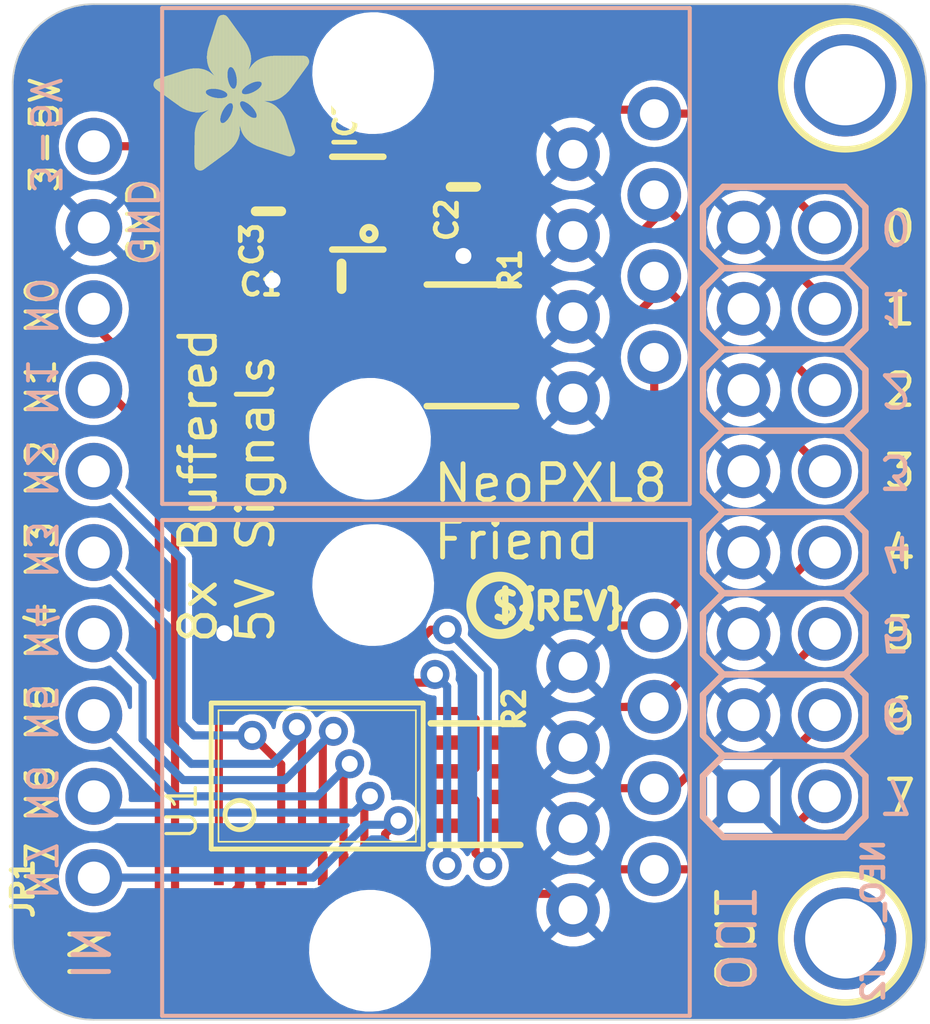
<source format=kicad_pcb>
(kicad_pcb (version 20221018) (generator pcbnew)
  (layers (0 "F.Cu" signal) (31 "B.Cu" signal) (34 "B.Paste" user) (35 "F.Paste" user) (36 "B.SilkS" user "B.Silkscreen") (37 "F.SilkS" user "F.Silkscreen") (38 "B.Mask" user) (39 "F.Mask" user) (44 "Edge.Cuts" user))
  (net 0 "")
  (net 1 "GND")
  (net 2 "N$14")
  (net 3 "N$15")
  (net 4 "3.3V")
  (net 5 "NEO_IN0")
  (net 6 "NEO_IN1")
  (net 7 "NEO_IN2")
  (net 8 "NEO_IN7")
  (net 9 "NEO_IN6")
  (net 10 "NEO_IN5")
  (net 11 "NEO_IN4")
  (net 12 "N$1")
  (net 13 "N$2")
  (net 14 "N$3")
  (net 15 "N$4")
  (net 16 "N$5")
  (net 17 "N$6")
  (net 18 "N$7")
  (net 19 "N$8")
  (net 20 "NEO_OUT0")
  (net 21 "NEO_OUT1")
  (net 22 "NEO_OUT2")
  (net 23 "NEO_OUT3")
  (net 24 "NEO_OUT4")
  (net 25 "NEO_OUT5")
  (net 26 "NEO_OUT6")
  (net 27 "NEO_OUT7")
  (net 28 "+5V")
  (net 29 "NEO_IN3")
  (footprint "working:ADAFRUIT_5MM" (layer "F.Cu") (at 143.4846 94.3356 90)
    (fp_text reference "U$12" hide)
    (fp_text value "" hide)
  )
  (footprint "working:1X10_ROUND70" (layer "F.Cu") (at 136.7536 105.0036 90)
    (fp_text reference "JP1" (at -12.7762 -1.8288 90) (layer "F.SilkS") (effects (font (size 0.666496 0.666496) (thickness 0.146304)) (justify left bottom)))
    (fp_text value "")
    (pad "1" thru_hole circle (at -11.43 0 180) (size 1.778 1.778) (drill 1) (layers "*.Cu" "*.Mask") (net 8 "NEO_IN7"))
    (pad "2" thru_hole circle (at -8.89 0 180) (size 1.778 1.778) (drill 1) (layers "*.Cu" "*.Mask") (net 9 "NEO_IN6"))
    (pad "3" thru_hole circle (at -6.35 0 180) (size 1.778 1.778) (drill 1) (layers "*.Cu" "*.Mask") (net 10 "NEO_IN5"))
    (pad "4" thru_hole circle (at -3.81 0 180) (size 1.778 1.778) (drill 1) (layers "*.Cu" "*.Mask") (net 11 "NEO_IN4"))
    (pad "5" thru_hole circle (at -1.27 0 180) (size 1.778 1.778) (drill 1) (layers "*.Cu" "*.Mask") (net 29 "NEO_IN3"))
    (pad "6" thru_hole circle (at 1.27 0 180) (size 1.778 1.778) (drill 1) (layers "*.Cu" "*.Mask") (net 7 "NEO_IN2"))
    (pad "7" thru_hole circle (at 3.81 0 180) (size 1.778 1.778) (drill 1) (layers "*.Cu" "*.Mask") (net 6 "NEO_IN1"))
    (pad "8" thru_hole circle (at 6.35 0 180) (size 1.778 1.778) (drill 1) (layers "*.Cu" "*.Mask") (net 5 "NEO_IN0"))
    (pad "9" thru_hole circle (at 8.89 0 180) (size 1.778 1.778) (drill 1) (layers "*.Cu" "*.Mask") (net 1 "GND"))
    (pad "10" thru_hole circle (at 11.43 0 180) (size 1.778 1.778) (drill 1) (layers "*.Cu" "*.Mask") (net 4 "3.3V"))
  )
  (footprint "working:RESPACK_4X0603" (layer "F.Cu") (at 148.5646 99.7966 -90)
    (fp_text reference "R1" (at -1.6 -1.6 -90) (layer "F.SilkS") (effects (font (size 0.666496 0.666496) (thickness 0.146304)) (justify left bottom)))
    (fp_text value "100")
    (pad "1" smd rect (at -1.3 0.85 270) (size 0.45 0.9) (layers "F.Cu" "F.Paste" "F.Mask") (net 19 "N$8"))
    (pad "2" smd rect (at -0.4 0.85 270) (size 0.45 0.9) (layers "F.Cu" "F.Paste" "F.Mask") (net 18 "N$7"))
    (pad "3" smd rect (at 0.4 0.85 270) (size 0.45 0.9) (layers "F.Cu" "F.Paste" "F.Mask") (net 17 "N$6"))
    (pad "4" smd rect (at 1.3 0.85 270) (size 0.45 0.9) (layers "F.Cu" "F.Paste" "F.Mask") (net 16 "N$5"))
    (pad "5" smd rect (at 1.3 -0.85 270) (size 0.45 0.9) (layers "F.Cu" "F.Paste" "F.Mask") (net 23 "NEO_OUT3"))
    (pad "6" smd rect (at 0.4 -0.85 270) (size 0.45 0.9) (layers "F.Cu" "F.Paste" "F.Mask") (net 22 "NEO_OUT2"))
    (pad "7" smd rect (at -0.4 -0.85 270) (size 0.45 0.9) (layers "F.Cu" "F.Paste" "F.Mask") (net 21 "NEO_OUT1"))
    (pad "8" smd rect (at -1.3 -0.85 270) (size 0.45 0.9) (layers "F.Cu" "F.Paste" "F.Mask") (net 20 "NEO_OUT0"))
  )
  (footprint "working:0603-NO" (layer "F.Cu") (at 142.2146 95.6056 -90)
    (fp_text reference "C3" (at 1.778 0.127 -90) (layer "F.SilkS") (effects (font (size 0.666496 0.666496) (thickness 0.146304)) (justify left bottom)))
    (fp_text value "1uF")
    (pad "1" smd rect (at -0.85 0 270) (size 1.075 1) (layers "F.Cu" "F.Paste" "F.Mask") (net 3 "N$15"))
    (pad "2" smd rect (at 0.85 0 270) (size 1.075 1) (layers "F.Cu" "F.Paste" "F.Mask") (net 2 "N$14"))
  )
  (footprint "working:SOT23-6" (layer "F.Cu") (at 145.0086 95.3516 90)
    (fp_text reference "IC3" (at 1.651 0 90) (layer "F.SilkS") (effects (font (size 0.666496 0.666496) (thickness 0.146304)) (justify left bottom)))
    (fp_text value "AP3602")
    (pad "1" smd rect (at -0.95 1.3 90) (size 0.55 1.2) (layers "F.Cu" "F.Paste" "F.Mask") (net 28 "+5V"))
    (pad "2" smd rect (at 0 1.3 90) (size 0.55 1.2) (layers "F.Cu" "F.Paste" "F.Mask") (net 1 "GND"))
    (pad "3" smd rect (at 0.95 1.3 90) (size 0.55 1.2) (layers "F.Cu" "F.Paste" "F.Mask") (net 4 "3.3V"))
    (pad "4" smd rect (at 0.95 -1.3 90) (size 0.55 1.2) (layers "F.Cu" "F.Paste" "F.Mask") (net 3 "N$15"))
    (pad "5" smd rect (at 0 -1.3 90) (size 0.55 1.2) (layers "F.Cu" "F.Paste" "F.Mask") (net 4 "3.3V"))
    (pad "6" smd rect (at -0.95 -1.3 90) (size 0.55 1.2) (layers "F.Cu" "F.Paste" "F.Mask") (net 2 "N$14"))
  )
  (footprint "working:0603-NO" (layer "F.Cu") (at 144.5006 97.6376 180)
    (fp_text reference "C1" (at 1.778 0.127 180) (layer "F.SilkS") (effects (font (size 0.666496 0.666496) (thickness 0.146304)) (justify right top)))
    (fp_text value "1uF")
    (pad "1" smd rect (at -0.85 0 180) (size 1.075 1) (layers "F.Cu" "F.Paste" "F.Mask") (net 28 "+5V"))
    (pad "2" smd rect (at 0.85 0 180) (size 1.075 1) (layers "F.Cu" "F.Paste" "F.Mask") (net 1 "GND"))
  )
  (footprint "working:TSSOP20" (layer "F.Cu") (at 143.7386 113.2586)
    (fp_text reference "U1" (at -3.6956 2.0828 90) (layer "F.SilkS") (effects (font (size 0.9144 0.9144) (thickness 0.1016)) (justify left bottom)))
    (fp_text value "74HCT245")
    (pad "1" smd rect (at -3.075 2.9178) (size 0.3048 0.9906) (layers "F.Cu" "F.Paste" "F.Mask") (net 28 "+5V"))
    (pad "2" smd rect (at -2.425 2.9178) (size 0.3048 0.9906) (layers "F.Cu" "F.Paste" "F.Mask") (net 5 "NEO_IN0"))
    (pad "3" smd rect (at -1.775 2.9178) (size 0.3048 0.9906) (layers "F.Cu" "F.Paste" "F.Mask") (net 6 "NEO_IN1"))
    (pad "4" smd rect (at -1.125 2.9178) (size 0.3048 0.9906) (layers "F.Cu" "F.Paste" "F.Mask") (net 7 "NEO_IN2"))
    (pad "5" smd rect (at -0.475 2.9178) (size 0.3048 0.9906) (layers "F.Cu" "F.Paste" "F.Mask") (net 29 "NEO_IN3"))
    (pad "6" smd rect (at 0.175 2.9178) (size 0.3048 0.9906) (layers "F.Cu" "F.Paste" "F.Mask") (net 11 "NEO_IN4"))
    (pad "7" smd rect (at 0.825 2.9178) (size 0.3048 0.9906) (layers "F.Cu" "F.Paste" "F.Mask") (net 10 "NEO_IN5"))
    (pad "8" smd rect (at 1.475 2.9178) (size 0.3048 0.9906) (layers "F.Cu" "F.Paste" "F.Mask") (net 9 "NEO_IN6"))
    (pad "9" smd rect (at 2.125 2.9178) (size 0.3048 0.9906) (layers "F.Cu" "F.Paste" "F.Mask") (net 8 "NEO_IN7"))
    (pad "10" smd rect (at 2.775 2.9178) (size 0.3048 0.9906) (layers "F.Cu" "F.Paste" "F.Mask") (net 1 "GND"))
    (pad "11" smd rect (at 2.775 -2.9178) (size 0.3048 0.9906) (layers "F.Cu" "F.Paste" "F.Mask") (net 12 "N$1"))
    (pad "12" smd rect (at 2.125 -2.9178) (size 0.3048 0.9906) (layers "F.Cu" "F.Paste" "F.Mask") (net 13 "N$2"))
    (pad "13" smd rect (at 1.475 -2.9178) (size 0.3048 0.9906) (layers "F.Cu" "F.Paste" "F.Mask") (net 14 "N$3"))
    (pad "14" smd rect (at 0.825 -2.9178) (size 0.3048 0.9906) (layers "F.Cu" "F.Paste" "F.Mask") (net 15 "N$4"))
    (pad "15" smd rect (at 0.175 -2.9178) (size 0.3048 0.9906) (layers "F.Cu" "F.Paste" "F.Mask") (net 16 "N$5"))
    (pad "16" smd rect (at -0.475 -2.9178) (size 0.3048 0.9906) (layers "F.Cu" "F.Paste" "F.Mask") (net 17 "N$6"))
    (pad "17" smd rect (at -1.125 -2.9178) (size 0.3048 0.9906) (layers "F.Cu" "F.Paste" "F.Mask") (net 18 "N$7"))
    (pad "18" smd rect (at -1.775 -2.9178) (size 0.3048 0.9906) (layers "F.Cu" "F.Paste" "F.Mask") (net 19 "N$8"))
    (pad "19" smd rect (at -2.425 -2.9178) (size 0.3048 0.9906) (layers "F.Cu" "F.Paste" "F.Mask") (net 1 "GND"))
    (pad "20" smd rect (at -3.075 -2.9178) (size 0.3048 0.9906) (layers "F.Cu" "F.Paste" "F.Mask") (net 28 "+5V"))
  )
  (footprint "working:MOUNTINGHOLE_2.5_PLATED" (layer "F.Cu") (at 160.2486 91.6686)
    (fp_text reference "U$3" hide)
    (fp_text value "MOUNTINGHOLE2.5" hide)
    (pad "P$1" thru_hole circle (at 0 0) (size 3.2 3.2) (drill 2.5) (layers "*.Cu" "*.Mask"))
    (zone (net 0) (net_name "") (layer "B.Cu") (connect_pads (clearance 0)) (min_thickness 0.25)
      (keepout (tracks not_allowed) (vias not_allowed) (pads not_allowed) (copperpour not_allowed) (footprints allowed))
      (fill (thermal_gap 0.5) (thermal_bridge_width 0.5))
      (polygon (pts (xy 162.2646 91.6686) (xy 162.24498 91.388027) (xy 162.186504 91.112915) (xy 162.090308 90.848619) (xy 161.958265 90.600283) (xy 161.792946 90.37274) (xy 161.597567 90.17042) (xy 161.375933 89.99726) (xy 161.132356 89.856631) (xy 160.871578 89.75127) (xy 160.598675 89.683228) (xy 160.318957 89.653828) (xy 160.037871 89.663644) (xy 159.760885 89.712484) (xy 159.493393 89.799397) (xy 159.2406 89.922693) (xy 159.007426 90.07997) (xy 158.798411 90.268169) (xy 158.617622 90.483625) (xy 158.468578 90.722145) (xy 158.35418 90.979087) (xy 158.276654 91.24945) (xy 158.237511 91.527971) (xy 158.237511 91.809229) (xy 158.276654 92.08775) (xy 158.35418 92.358113) (xy 158.468578 92.615055) (xy 158.617622 92.853575) (xy 158.798411 93.069031) (xy 159.007426 93.25723) (xy 159.2406 93.414507) (xy 159.493393 93.537803) (xy 159.760885 93.624716) (xy 160.037871 93.673556) (xy 160.318957 93.683372) (xy 160.598675 93.653972) (xy 160.871578 93.58593) (xy 161.132356 93.480569) (xy 161.375933 93.33994) (xy 161.597567 93.16678) (xy 161.792946 92.96446) (xy 161.958265 92.736917) (xy 162.090308 92.488581) (xy 162.186504 92.224285) (xy 162.24498 91.949173)))
      (polygon (pts (xy 160.2326 91.6686) (xy 160.237286 91.679914) (xy 160.2486 91.6846) (xy 160.259914 91.679914) (xy 160.2646 91.6686) (xy 160.259914 91.657286) (xy 160.2486 91.6526) (xy 160.237286 91.657286)))
    )
  )
  (footprint "working:RESPACK_4X0603" (layer "F.Cu") (at 148.6916 113.5126 -90)
    (fp_text reference "R2" (at -1.6 -1.6 -90) (layer "F.SilkS") (effects (font (size 0.666496 0.666496) (thickness 0.146304)) (justify left bottom)))
    (fp_text value "100")
    (pad "1" smd rect (at -1.3 0.85 270) (size 0.45 0.9) (layers "F.Cu" "F.Paste" "F.Mask") (net 15 "N$4"))
    (pad "2" smd rect (at -0.4 0.85 270) (size 0.45 0.9) (layers "F.Cu" "F.Paste" "F.Mask") (net 14 "N$3"))
    (pad "3" smd rect (at 0.4 0.85 270) (size 0.45 0.9) (layers "F.Cu" "F.Paste" "F.Mask") (net 13 "N$2"))
    (pad "4" smd rect (at 1.3 0.85 270) (size 0.45 0.9) (layers "F.Cu" "F.Paste" "F.Mask") (net 12 "N$1"))
    (pad "5" smd rect (at 1.3 -0.85 270) (size 0.45 0.9) (layers "F.Cu" "F.Paste" "F.Mask") (net 27 "NEO_OUT7"))
    (pad "6" smd rect (at 0.4 -0.85 270) (size 0.45 0.9) (layers "F.Cu" "F.Paste" "F.Mask") (net 26 "NEO_OUT6"))
    (pad "7" smd rect (at -0.4 -0.85 270) (size 0.45 0.9) (layers "F.Cu" "F.Paste" "F.Mask") (net 25 "NEO_OUT5"))
    (pad "8" smd rect (at -1.3 -0.85 270) (size 0.45 0.9) (layers "F.Cu" "F.Paste" "F.Mask") (net 24 "NEO_OUT4"))
  )
  (footprint "working:FIDUCIAL_1MM" (layer "F.Cu") (at 148.5011 90.9066)
    (fp_text reference "FID2" hide)
    (fp_text value "FIDUCIAL_1MM" hide)
    (pad "1" smd roundrect (at 0 0) (size 1 1) (layers "F.Cu" "F.Mask") (roundrect_rratio 0.5))
  )
  (footprint "working:0603-NO" (layer "F.Cu") (at 148.3106 94.8436 -90)
    (fp_text reference "C2" (at 1.778 0.127 -90) (layer "F.SilkS") (effects (font (size 0.666496 0.666496) (thickness 0.146304)) (justify left bottom)))
    (fp_text value "1uF")
    (pad "1" smd rect (at -0.85 0 270) (size 1.075 1) (layers "F.Cu" "F.Paste" "F.Mask") (net 4 "3.3V"))
    (pad "2" smd rect (at 0.85 0 270) (size 1.075 1) (layers "F.Cu" "F.Paste" "F.Mask") (net 1 "GND"))
  )
  (footprint "working:FIDUCIAL_1MM" (layer "F.Cu") (at 148.8821 118.4021)
    (fp_text reference "FID1" hide)
    (fp_text value "FIDUCIAL_1MM" hide)
    (pad "1" smd roundrect (at 0 0) (size 1 1) (layers "F.Cu" "F.Mask") (roundrect_rratio 0.5))
  )
  (footprint "working:MOUNTINGHOLE_2.5_PLATED" (layer "F.Cu") (at 160.2486 118.3386)
    (fp_text reference "U$7" hide)
    (fp_text value "MOUNTINGHOLE2.5" hide)
    (pad "P$1" thru_hole circle (at 0 0) (size 3.2 3.2) (drill 2.5) (layers "*.Cu" "*.Mask"))
    (zone (net 0) (net_name "") (layer "B.Cu") (connect_pads (clearance 0)) (min_thickness 0.25)
      (keepout (tracks not_allowed) (vias not_allowed) (pads not_allowed) (copperpour not_allowed) (footprints allowed))
      (fill (thermal_gap 0.5) (thermal_bridge_width 0.5))
      (polygon (pts (xy 162.2646 118.3386) (xy 162.24498 118.058027) (xy 162.186504 117.782915) (xy 162.090308 117.518619) (xy 161.958265 117.270283) (xy 161.792946 117.04274) (xy 161.597567 116.84042) (xy 161.375933 116.66726) (xy 161.132356 116.526631) (xy 160.871578 116.42127) (xy 160.598675 116.353228) (xy 160.318957 116.323828) (xy 160.037871 116.333644) (xy 159.760885 116.382484) (xy 159.493393 116.469397) (xy 159.2406 116.592693) (xy 159.007426 116.74997) (xy 158.798411 116.938169) (xy 158.617622 117.153625) (xy 158.468578 117.392145) (xy 158.35418 117.649087) (xy 158.276654 117.91945) (xy 158.237511 118.197971) (xy 158.237511 118.479229) (xy 158.276654 118.75775) (xy 158.35418 119.028113) (xy 158.468578 119.285055) (xy 158.617622 119.523575) (xy 158.798411 119.739031) (xy 159.007426 119.92723) (xy 159.2406 120.084507) (xy 159.493393 120.207803) (xy 159.760885 120.294716) (xy 160.037871 120.343556) (xy 160.318957 120.353372) (xy 160.598675 120.323972) (xy 160.871578 120.25593) (xy 161.132356 120.150569) (xy 161.375933 120.00994) (xy 161.597567 119.83678) (xy 161.792946 119.63446) (xy 161.958265 119.406917) (xy 162.090308 119.158581) (xy 162.186504 118.894285) (xy 162.24498 118.619173)))
      (polygon (pts (xy 160.2326 118.3386) (xy 160.237286 118.349914) (xy 160.2486 118.3546) (xy 160.259914 118.349914) (xy 160.2646 118.3386) (xy 160.259914 118.327286) (xy 160.2486 118.3226) (xy 160.237286 118.327286)))
    )
  )
  (footprint "working:PCBFEAT-REV-040" (layer "F.Cu") (at 149.4536 107.9246)
    (fp_text reference "U$11" hide)
    (fp_text value "" hide)
    (fp_text user "${REV}" (at -0.3556 0.508) (layer "F.SilkS") (effects (font (size 0.8128 0.8128) (thickness 0.2032)) (justify left bottom)))
  )
  (footprint "working:2X08" (layer "B.Cu") (at 158.3436 105.0036 90)
    (fp_text reference "NEO_OUT2" (at -10.16 3.175 270) (layer "B.SilkS") (effects (font (size 0.666496 0.666496) (thickness 0.146304)) (justify left bottom mirror)))
    (fp_text value "")
    (pad "1" thru_hole rect (at -8.89 -1.27 90) (size 1.6764 1.6764) (drill 1) (layers "*.Cu" "*.Mask") (net 1 "GND"))
    (pad "2" thru_hole circle (at -8.89 1.27 90) (size 1.6764 1.6764) (drill 1) (layers "*.Cu" "*.Mask") (net 27 "NEO_OUT7"))
    (pad "3" thru_hole circle (at -6.35 -1.27 90) (size 1.6764 1.6764) (drill 1) (layers "*.Cu" "*.Mask") (net 1 "GND"))
    (pad "4" thru_hole circle (at -6.35 1.27 90) (size 1.6764 1.6764) (drill 1) (layers "*.Cu" "*.Mask") (net 26 "NEO_OUT6"))
    (pad "5" thru_hole circle (at -3.81 -1.27 90) (size 1.6764 1.6764) (drill 1) (layers "*.Cu" "*.Mask") (net 1 "GND"))
    (pad "6" thru_hole circle (at -3.81 1.27 90) (size 1.6764 1.6764) (drill 1) (layers "*.Cu" "*.Mask") (net 25 "NEO_OUT5"))
    (pad "7" thru_hole circle (at -1.27 -1.27 90) (size 1.6764 1.6764) (drill 1) (layers "*.Cu" "*.Mask") (net 1 "GND"))
    (pad "8" thru_hole circle (at -1.27 1.27 90) (size 1.6764 1.6764) (drill 1) (layers "*.Cu" "*.Mask") (net 24 "NEO_OUT4"))
    (pad "9" thru_hole circle (at 1.27 -1.27 90) (size 1.6764 1.6764) (drill 1) (layers "*.Cu" "*.Mask") (net 1 "GND"))
    (pad "10" thru_hole circle (at 1.27 1.27 90) (size 1.6764 1.6764) (drill 1) (layers "*.Cu" "*.Mask") (net 23 "NEO_OUT3"))
    (pad "11" thru_hole circle (at 3.81 -1.27 90) (size 1.6764 1.6764) (drill 1) (layers "*.Cu" "*.Mask") (net 1 "GND"))
    (pad "12" thru_hole circle (at 3.81 1.27 90) (size 1.6764 1.6764) (drill 1) (layers "*.Cu" "*.Mask") (net 22 "NEO_OUT2"))
    (pad "13" thru_hole circle (at 6.35 -1.27 90) (size 1.6764 1.6764) (drill 1) (layers "*.Cu" "*.Mask") (net 1 "GND"))
    (pad "14" thru_hole circle (at 6.35 1.27 90) (size 1.6764 1.6764) (drill 1) (layers "*.Cu" "*.Mask") (net 21 "NEO_OUT1"))
    (pad "15" thru_hole circle (at 8.89 -1.27 90) (size 1.6764 1.6764) (drill 1) (layers "*.Cu" "*.Mask") (net 1 "GND"))
    (pad "16" thru_hole circle (at 8.89 1.27 90) (size 1.6764 1.6764) (drill 1) (layers "*.Cu" "*.Mask") (net 20 "NEO_OUT0"))
  )
  (footprint "working:RJ45_VERTICAL_UNSHIELDED" (layer "B.Cu") (at 145.3896 113.0046 90)
    (fp_text reference "CN1" hide)
    (fp_text value "RJ45_V_UNSH" hide)
    (pad "" np_thru_hole circle (at -5.715 0 90) (size 3.302 3.302) (drill 3.302) (layers "*.Cu" "*.Mask"))
    (pad "" np_thru_hole circle (at 5.715 0.1 90) (size 3.302 3.302) (drill 3.302) (layers "*.Cu" "*.Mask"))
    (pad "1" thru_hole circle (at -4.44 6.35 90) (size 1.6764 1.6764) (drill 0.9) (layers "*.Cu" "*.Mask") (net 1 "GND"))
    (pad "2" thru_hole circle (at -3.17 8.89 90) (size 1.6764 1.6764) (drill 0.9) (layers "*.Cu" "*.Mask") (net 27 "NEO_OUT7"))
    (pad "3" thru_hole circle (at -1.9 6.35 90) (size 1.6764 1.6764) (drill 0.9) (layers "*.Cu" "*.Mask") (net 1 "GND"))
    (pad "4" thru_hole circle (at -0.63 8.89 90) (size 1.6764 1.6764) (drill 0.9) (layers "*.Cu" "*.Mask") (net 26 "NEO_OUT6"))
    (pad "5" thru_hole circle (at 0.64 6.35 90) (size 1.6764 1.6764) (drill 0.9) (layers "*.Cu" "*.Mask") (net 1 "GND"))
    (pad "6" thru_hole circle (at 1.91 8.89 90) (size 1.6764 1.6764) (drill 0.9) (layers "*.Cu" "*.Mask") (net 25 "NEO_OUT5"))
    (pad "7" thru_hole circle (at 3.18 6.35 90) (size 1.6764 1.6764) (drill 0.9) (layers "*.Cu" "*.Mask") (net 1 "GND"))
    (pad "8" thru_hole circle (at 4.45 8.89 90) (size 1.6764 1.6764) (drill 0.9) (layers "*.Cu" "*.Mask") (net 24 "NEO_OUT4"))
  )
  (footprint "working:RJ45_VERTICAL_UNSHIELDED" (layer "B.Cu") (at 145.3896 97.0026 90)
    (fp_text reference "CN2" hide)
    (fp_text value "RJ45_V_UNSH" hide)
    (pad "" np_thru_hole circle (at -5.715 0 90) (size 3.302 3.302) (drill 3.302) (layers "*.Cu" "*.Mask"))
    (pad "" np_thru_hole circle (at 5.715 0.1 90) (size 3.302 3.302) (drill 3.302) (layers "*.Cu" "*.Mask"))
    (pad "1" thru_hole circle (at -4.44 6.35 90) (size 1.6764 1.6764) (drill 0.9) (layers "*.Cu" "*.Mask") (net 1 "GND"))
    (pad "2" thru_hole circle (at -3.17 8.89 90) (size 1.6764 1.6764) (drill 0.9) (layers "*.Cu" "*.Mask") (net 23 "NEO_OUT3"))
    (pad "3" thru_hole circle (at -1.9 6.35 90) (size 1.6764 1.6764) (drill 0.9) (layers "*.Cu" "*.Mask") (net 1 "GND"))
    (pad "4" thru_hole circle (at -0.63 8.89 90) (size 1.6764 1.6764) (drill 0.9) (layers "*.Cu" "*.Mask") (net 22 "NEO_OUT2"))
    (pad "5" thru_hole circle (at 0.64 6.35 90) (size 1.6764 1.6764) (drill 0.9) (layers "*.Cu" "*.Mask") (net 1 "GND"))
    (pad "6" thru_hole circle (at 1.91 8.89 90) (size 1.6764 1.6764) (drill 0.9) (layers "*.Cu" "*.Mask") (net 21 "NEO_OUT1"))
    (pad "7" thru_hole circle (at 3.18 6.35 90) (size 1.6764 1.6764) (drill 0.9) (layers "*.Cu" "*.Mask") (net 1 "GND"))
    (pad "8" thru_hole circle (at 4.45 8.89 90) (size 1.6764 1.6764) (drill 0.9) (layers "*.Cu" "*.Mask") (net 20 "NEO_OUT0"))
  )
  (gr_line (start 136.7536 120.8786) (end 160.2486 120.8786) (stroke (width 0.05)) (layer "Edge.Cuts"))
  (gr_arc (start 160.2486 89.1286) (mid 162.044651 89.872549) (end 162.7886 91.6686) (stroke (width 0.05)) (layer "Edge.Cuts"))
  (gr_arc (start 134.2136 91.6686) (mid 134.957549 89.872549) (end 136.7536 89.1286) (stroke (width 0.05)) (layer "Edge.Cuts"))
  (gr_arc (start 162.7886 118.3386) (mid 162.044651 120.134651) (end 160.2486 120.8786) (stroke (width 0.05)) (layer "Edge.Cuts"))
  (gr_line (start 162.7886 118.3386) (end 162.7886 91.6686) (stroke (width 0.05)) (layer "Edge.Cuts"))
  (gr_arc (start 136.7536 120.8786) (mid 134.957549 120.134651) (end 134.2136 118.3386) (stroke (width 0.05)) (layer "Edge.Cuts"))
  (gr_line (start 134.2136 91.6686) (end 134.2136 118.3386) (stroke (width 0.05)) (layer "Edge.Cuts"))
  (gr_line (start 160.2486 89.1286) (end 136.7536 89.1286) (stroke (width 0.05)) (layer "Edge.Cuts"))
  (gr_text "N0" (at 135.1026 99.5426 -90) (layer "B.SilkS") (effects (font (size 0.89408 0.89408) (thickness 0.12192)) (justify left mirror)))
  (gr_text "GND" (at 138.2776 97.3836 -90) (layer "B.SilkS") (effects (font (size 0.89408 0.89408) (thickness 0.12192)) (justify left mirror)))
  (gr_text "0" (at 161.2646 96.1136 -180) (layer "B.SilkS") (effects (font (size 1.00584 1.00584) (thickness 0.13716)) (justify left mirror)))
  (gr_text "4" (at 161.2646 106.2736 -180) (layer "B.SilkS") (effects (font (size 1.00584 1.00584) (thickness 0.13716)) (justify left mirror)))
  (gr_text "N6" (at 135.1026 114.7826 -90) (layer "B.SilkS") (effects (font (size 0.89408 0.89408) (thickness 0.12192)) (justify left mirror)))
  (gr_text "OUT" (at 157.4546 116.6876 -90) (layer "B.SilkS") (effects (font (size 1.1176 1.1176) (thickness 0.1524)) (justify right top mirror)))
  (gr_text "IN" (at 137.2616 117.8306 -90) (layer "B.SilkS") (effects (font (size 1.1176 1.1176) (thickness 0.1524)) (justify right top mirror)))
  (gr_text "3-5V" (at 135.2296 95.0976 -90) (layer "B.SilkS") (effects (font (size 0.89408 0.89408) (thickness 0.12192)) (justify left mirror)))
  (gr_text "N5" (at 135.1026 112.2426 -90) (layer "B.SilkS") (effects (font (size 0.89408 0.89408) (thickness 0.12192)) (justify left mirror)))
  (gr_text "N2" (at 135.1026 104.6226 -90) (layer "B.SilkS") (effects (font (size 0.89408 0.89408) (thickness 0.12192)) (justify left mirror)))
  (gr_text "2" (at 161.2646 101.1936 -180) (layer "B.SilkS") (effects (font (size 1.00584 1.00584) (thickness 0.13716)) (justify left mirror)))
  (gr_text "1" (at 161.2646 98.6536 -180) (layer "B.SilkS") (effects (font (size 1.00584 1.00584) (thickness 0.13716)) (justify left mirror)))
  (gr_text "7" (at 161.2646 113.8936 -180) (layer "B.SilkS") (effects (font (size 1.00584 1.00584) (thickness 0.13716)) (justify left mirror)))
  (gr_text "3" (at 161.2646 103.7336 -180) (layer "B.SilkS") (effects (font (size 1.00584 1.00584) (thickness 0.13716)) (justify left mirror)))
  (gr_text "N3" (at 135.1026 107.1626 -90) (layer "B.SilkS") (effects (font (size 0.89408 0.89408) (thickness 0.12192)) (justify left mirror)))
  (gr_text "5" (at 161.2646 108.8136 -180) (layer "B.SilkS") (effects (font (size 1.00584 1.00584) (thickness 0.13716)) (justify left mirror)))
  (gr_text "N1" (at 135.1026 102.0826 -90) (layer "B.SilkS") (effects (font (size 0.89408 0.89408) (thickness 0.12192)) (justify left mirror)))
  (gr_text "6" (at 161.2646 111.3536 -180) (layer "B.SilkS") (effects (font (size 1.00584 1.00584) (thickness 0.13716)) (justify left mirror)))
  (gr_text "N7" (at 135.1026 117.1956 -90) (layer "B.SilkS") (effects (font (size 0.89408 0.89408) (thickness 0.12192)) (justify left mirror)))
  (gr_text "N4" (at 135.1026 109.7026 -90) (layer "B.SilkS") (effects (font (size 0.89408 0.89408) (thickness 0.12192)) (justify left mirror)))
  (gr_text "N1" (at 135.1026 102.0826 90) (layer "F.SilkS") (effects (font (size 0.89408 0.89408) (thickness 0.12192)) (justify left)))
  (gr_text "3-5V" (at 135.2296 95.0976 90) (layer "F.SilkS") (effects (font (size 0.89408 0.89408) (thickness 0.12192)) (justify left)))
  (gr_text "GND" (at 138.2776 97.3836 90) (layer "F.SilkS") (effects (font (size 0.89408 0.89408) (thickness 0.12192)) (justify left)))
  (gr_text "N4" (at 135.1026 109.7026 90) (layer "F.SilkS") (effects (font (size 0.89408 0.89408) (thickness 0.12192)) (justify left)))
  (gr_text "5" (at 162.5346 108.8136) (layer "F.SilkS") (effects (font (size 1.00584 1.00584) (thickness 0.13716)) (justify right)))
  (gr_text "N0" (at 135.1026 99.5426 90) (layer "F.SilkS") (effects (font (size 0.89408 0.89408) (thickness 0.12192)) (justify left)))
  (gr_text "N2" (at 135.1026 104.6226 90) (layer "F.SilkS") (effects (font (size 0.89408 0.89408) (thickness 0.12192)) (justify left)))
  (gr_text "N7" (at 135.1026 117.1956 90) (layer "F.SilkS") (effects (font (size 0.89408 0.89408) (thickness 0.12192)) (justify left)))
  (gr_text "3" (at 162.5346 103.7336) (layer "F.SilkS") (effects (font (size 1.00584 1.00584) (thickness 0.13716)) (justify right)))
  (gr_text "N5" (at 135.1026 112.2426 90) (layer "F.SilkS") (effects (font (size 0.89408 0.89408) (thickness 0.12192)) (justify left)))
  (gr_text "N3" (at 135.1026 107.1626 90) (layer "F.SilkS") (effects (font (size 0.89408 0.89408) (thickness 0.12192)) (justify left)))
  (gr_text "IN" (at 137.2616 119.7356 90) (layer "F.SilkS") (effects (font (size 1.1176 1.1176) (thickness 0.1524)) (justify left bottom)))
  (gr_text "NeoPXL8\nFriend" (at 147.2946 105.0036) (layer "F.SilkS") (effects (font (size 1.1176 1.1176) (thickness 0.1524)) (justify left)))
  (gr_text "4" (at 162.5346 106.2736) (layer "F.SilkS") (effects (font (size 1.00584 1.00584) (thickness 0.13716)) (justify right)))
  (gr_text "N6" (at 135.1026 114.7826 90) (layer "F.SilkS") (effects (font (size 0.89408 0.89408) (thickness 0.12192)) (justify left)))
  (gr_text "2" (at 162.5346 101.1936) (layer "F.SilkS") (effects (font (size 1.00584 1.00584) (thickness 0.13716)) (justify right)))
  (gr_text "0" (at 162.5346 96.1136) (layer "F.SilkS") (effects (font (size 1.00584 1.00584) (thickness 0.13716)) (justify right)))
  (gr_text "7" (at 162.5346 113.8936) (layer "F.SilkS") (effects (font (size 1.00584 1.00584) (thickness 0.13716)) (justify right)))
  (gr_text "8x Buffered\n5V Signals" (at 142.4686 109.1946 90) (layer "F.SilkS") (effects (font (size 1.1176 1.1176) (thickness 0.1524)) (justify left bottom)))
  (gr_text "6" (at 162.5346 111.3536) (layer "F.SilkS") (effects (font (size 1.00584 1.00584) (thickness 0.13716)) (justify right)))
  (gr_text "OUT" (at 156.1846 116.6876 90) (layer "F.SilkS") (effects (font (size 1.1176 1.1176) (thickness 0.1524)) (justify right top)))
  (gr_text "1" (at 162.5346 98.6536) (layer "F.SilkS") (effects (font (size 1.00584 1.00584) (thickness 0.13716)) (justify right)))
  (segment (start 146.3086 95.3516) (end 147.1676 95.3516) (width 0.254) (layer "F.Cu") (net 1))
  (segment (start 147.2788 116.9416) (end 146.5136 116.1764) (width 0.254) (layer "F.Cu") (net 1))
  (segment (start 140.8176 108.8136) (end 140.83515 108.79605) (width 0.254) (layer "F.Cu") (net 1))
  (segment (start 141.3136 110.3408) (end 141.3136 109.1826) (width 0.254) (layer "F.Cu") (net 1))
  (segment (start 142.4686 97.6376) (end 142.3416 97.7646) (width 0.254) (layer "F.Cu") (net 1))
  (segment (start 140.9446 108.8136) (end 140.8176 108.8136) (width 0.254) (layer "F.Cu") (net 1))
  (segment (start 151.2366 116.9416) (end 147.2788 116.9416) (width 0.254) (layer "F.Cu") (net 1))
  (segment (start 147.5096 95.6936) (end 148.3106 95.6936) (width 0.254) (layer "F.Cu") (net 1))
  (segment (start 141.3136 109.1826) (end 140.9446 108.8136) (width 0.254) (layer "F.Cu") (net 1))
  (segment (start 148.3106 95.6936) (end 148.3106 97.0026) (width 0.254) (layer "F.Cu") (net 1))
  (segment (start 151.7396 117.4446) (end 151.2366 116.9416) (width 0.254) (layer "F.Cu") (net 1))
  (segment (start 143.6506 97.6376) (end 142.4686 97.6376) (width 0.254) (layer "F.Cu") (net 1))
  (segment (start 147.1676 95.3516) (end 147.5096 95.6936) (width 0.254) (layer "F.Cu") (net 1))
  (via (at 140.83515 108.79605) (size 0.9064) (drill 0.5) (layers "F.Cu" "B.Cu") (net 1))
  (via (at 142.3416 97.7646) (size 0.9064) (drill 0.5) (layers "F.Cu" "B.Cu") (net 1))
  (via (at 148.3106 97.0026) (size 0.9064) (drill 0.5) (layers "F.Cu" "B.Cu") (net 1))
  (segment (start 142.3686 96.3016) (end 143.7086 96.3016) (width 0.254) (layer "F.Cu") (net 2))
  (segment (start 142.2146 96.4556) (end 142.3686 96.3016) (width 0.254) (layer "F.Cu") (net 2))
  (segment (start 142.5686 94.4016) (end 143.7086 94.4016) (width 0.254) (layer "F.Cu") (net 3))
  (segment (start 142.2146 94.7556) (end 142.5686 94.4016) (width 0.254) (layer "F.Cu") (net 3))
  (segment (start 146.3086 94.2746) (end 146.3086 94.4016) (width 0.254) (layer "F.Cu") (net 4))
  (segment (start 143.7086 95.3516) (end 144.6276 95.3516) (width 0.254) (layer "F.Cu") (net 4))
  (segment (start 145.6076 93.5736) (end 146.3086 94.2746) (width 0.254) (layer "F.Cu") (net 4))
  (segment (start 144.6276 95.3516) (end 144.8816 95.0976) (width 0.254) (layer "F.Cu") (net 4))
  (segment (start 146.3086 94.2746) (end 148.0296 94.2746) (width 0.254) (layer "F.Cu") (net 4))
  (segment (start 144.8816 93.5736) (end 145.6076 93.5736) (width 0.254) (layer "F.Cu") (net 4))
  (segment (start 144.8816 95.0976) (end 144.8816 93.5736) (width 0.254) (layer "F.Cu") (net 4))
  (segment (start 148.0296 94.2746) (end 148.3106 93.9936) (width 0.254) (layer "F.Cu") (net 4))
  (segment (start 136.7536 93.5736) (end 144.8816 93.5736) (width 0.254) (layer "F.Cu") (net 4))
  (segment (start 141.3256 116.6876) (end 141.3256 116.1884) (width 0.254) (layer "F.Cu") (net 5))
  (segment (start 139.2936 101.7016) (end 139.2936 116.9416) (width 0.254) (layer "F.Cu") (net 5))
  (segment (start 139.5476 117.1956) (end 140.8176 117.1956) (width 0.254) (layer "F.Cu") (net 5))
  (segment (start 136.7536 99.1616) (end 139.2936 101.7016) (width 0.254) (layer "F.Cu") (net 5))
  (segment (start 141.3256 116.1884) (end 141.3136 116.1764) (width 0.254) (layer "F.Cu") (net 5))
  (segment (start 140.8176 117.1956) (end 141.3256 116.6876) (width 0.254) (layer "F.Cu") (net 5))
  (segment (start 136.7536 98.6536) (end 136.7536 99.1616) (width 0.254) (layer "F.Cu") (net 5))
  (segment (start 139.2936 116.9416) (end 139.5476 117.1956) (width 0.254) (layer "F.Cu") (net 5))
  (segment (start 138.7856 117.1956) (end 139.2936 117.7036) (width 0.254) (layer "F.Cu") (net 6))
  (segment (start 138.7856 102.8446) (end 138.7856 117.1956) (width 0.254) (layer "F.Cu") (net 6))
  (segment (start 141.9606 116.1794) (end 141.9636 116.1764) (width 0.254) (layer "F.Cu") (net 6))
  (segment (start 137.1346 101.1936) (end 138.7856 102.8446) (width 0.254) (layer "F.Cu") (net 6))
  (segment (start 141.9606 117.0686) (end 141.9606 116.1794) (width 0.254) (layer "F.Cu") (net 6))
  (segment (start 141.3256 117.7036) (end 141.9606 117.0686) (width 0.254) (layer "F.Cu") (net 6))
  (segment (start 136.7536 101.1936) (end 137.1346 101.1936) (width 0.254) (layer "F.Cu") (net 6))
  (segment (start 139.2936 117.7036) (end 141.3256 117.7036) (width 0.254) (layer "F.Cu") (net 6))
  (segment (start 142.6136 112.8956) (end 141.7066 111.9886) (width 0.254) (layer "F.Cu") (net 7))
  (segment (start 142.6136 116.1764) (end 142.6136 112.8956) (width 0.254) (layer "F.Cu") (net 7))
  (via (at 141.7066 111.9886) (size 0.9064) (drill 0.5) (layers "F.Cu" "B.Cu") (net 7))
  (segment (start 136.7536 103.7336) (end 139.4968 106.4768) (width 0.254) (layer "B.Cu") (net 7))
  (segment (start 139.8778 111.9886) (end 141.7066 111.9886) (width 0.254) (layer "B.Cu") (net 7))
  (segment (start 139.4968 106.4768) (end 139.4968 111.6076) (width 0.254) (layer "B.Cu") (net 7))
  (segment (start 139.4968 111.6076) (end 139.8778 111.9886) (width 0.254) (layer "B.Cu") (net 7))
  (segment (start 145.8636 116.1764) (end 145.8636 115.0706) (width 0.254) (layer "F.Cu") (net 8))
  (segment (start 145.8636 115.0706) (end 146.2786 114.6556) (width 0.254) (layer "F.Cu") (net 8))
  (via (at 146.2786 114.6556) (size 0.9064) (drill 0.5) (layers "F.Cu" "B.Cu") (net 8))
  (segment (start 146.1516 114.7826) (end 146.2786 114.6556) (width 0.254) (layer "B.Cu") (net 8))
  (segment (start 143.6116 116.4336) (end 145.2626 114.7826) (width 0.254) (layer "B.Cu") (net 8))
  (segment (start 145.2626 114.7826) (end 146.1516 114.7826) (width 0.254) (layer "B.Cu") (net 8))
  (segment (start 136.7536 116.4336) (end 143.6116 116.4336) (width 0.254) (layer "B.Cu") (net 8))
  (segment (start 145.2136 114.0696) (end 145.3896 113.8936) (width 0.254) (layer "F.Cu") (net 9))
  (segment (start 145.2136 116.1764) (end 145.2136 114.0696) (width 0.254) (layer "F.Cu") (net 9))
  (via (at 145.3896 113.8936) (size 0.9064) (drill 0.5) (layers "F.Cu" "B.Cu") (net 9))
  (segment (start 144.8816 114.4016) (end 137.2616 114.4016) (width 0.254) (layer "B.Cu") (net 9))
  (segment (start 137.2616 114.4016) (end 136.7536 113.8936) (width 0.254) (layer "B.Cu") (net 9))
  (segment (start 145.3896 113.8936) (end 144.8816 114.4016) (width 0.254) (layer "B.Cu") (net 9))
  (segment (start 144.5636 116.1764) (end 144.5636 113.0686) (width 0.254) (layer "F.Cu") (net 10))
  (segment (start 144.5636 113.0686) (end 144.7546 112.8776) (width 0.254) (layer "F.Cu") (net 10))
  (via (at 144.7546 112.8776) (size 0.9064) (drill 0.5) (layers "F.Cu" "B.Cu") (net 10))
  (segment (start 144.7546 112.8776) (end 143.7386 113.8936) (width 0.254) (layer "B.Cu") (net 10))
  (segment (start 143.7386 113.8936) (end 139.2936 113.8936) (width 0.254) (layer "B.Cu") (net 10))
  (segment (start 139.2936 113.8936) (end 136.7536 111.3536) (width 0.254) (layer "B.Cu") (net 10))
  (segment (start 143.9136 116.1764) (end 143.9136 112.1946) (width 0.254) (layer "F.Cu") (net 11))
  (segment (start 143.9136 112.1946) (end 144.2466 111.8616) (width 0.254) (layer "F.Cu") (net 11))
  (via (at 144.2466 111.8616) (size 0.9064) (drill 0.5) (layers "F.Cu" "B.Cu") (net 11))
  (segment (start 142.7226 113.3856) (end 139.5476 113.3856) (width 0.254) (layer "B.Cu") (net 11))
  (segment (start 144.2466 111.8616) (end 142.7226 113.3856) (width 0.254) (layer "B.Cu") (net 11))
  (segment (start 139.5476 113.3856) (end 138.2776 112.1156) (width 0.254) (layer "B.Cu") (net 11))
  (segment (start 138.2776 110.3376) (end 136.7536 108.8136) (width 0.254) (layer "B.Cu") (net 11))
  (segment (start 138.2776 112.1156) (end 138.2776 110.3376) (width 0.254) (layer "B.Cu") (net 11))
  (segment (start 147.8026 114.8126) (end 147.8026 116.0526) (width 0.254) (layer "F.Cu") (net 12))
  (segment (start 146.5136 110.3408) (end 147.1644 110.3408) (width 0.254) (layer "F.Cu") (net 12))
  (segment (start 147.8416 114.8126) (end 147.8026 114.8126) (width 0.254) (layer "F.Cu") (net 12))
  (segment (start 147.1644 110.3408) (end 147.4216 110.0836) (width 0.254) (layer "F.Cu") (net 12))
  (via (at 147.4216 110.0836) (size 0.9064) (drill 0.5) (layers "F.Cu" "B.Cu") (net 12))
  (via (at 147.8026 116.0526) (size 0.9064) (drill 0.5) (layers "F.Cu" "B.Cu") (net 12))
  (segment (start 147.8026 116.0526) (end 147.8026 110.4646) (width 0.254) (layer "B.Cu") (net 12))
  (segment (start 147.8026 110.4646) (end 147.4216 110.0836) (width 0.254) (layer "B.Cu") (net 12))
  (segment (start 147.8026 108.6866) (end 147.2946 108.6866) (width 0.254) (layer "F.Cu") (net 13))
  (segment (start 145.8636 109.6096) (end 145.8636 110.3408) (width 0.254) (layer "F.Cu") (net 13))
  (segment (start 147.8416 113.9126) (end 148.5836 113.9126) (width 0.254) (layer "F.Cu") (net 13))
  (segment (start 146.0246 109.4486) (end 145.8636 109.6096) (width 0.254) (layer "F.Cu") (net 13))
  (segment (start 147.2946 108.6866) (end 146.5326 109.4486) (width 0.254) (layer "F.Cu") (net 13))
  (segment (start 148.6916 115.6716) (end 149.0726 116.0526) (width 0.254) (layer "F.Cu") (net 13))
  (segment (start 146.5326 109.4486) (end 146.0246 109.4486) (width 0.254) (layer "F.Cu") (net 13))
  (segment (start 148.5836 113.9126) (end 148.6916 114.0206) (width 0.254) (layer "F.Cu") (net 13))
  (segment (start 148.6916 114.0206) (end 148.6916 115.6716) (width 0.254) (layer "F.Cu") (net 13))
  (via (at 149.0726 116.0526) (size 0.9064) (drill 0.5) (layers "F.Cu" "B.Cu") (net 13))
  (via (at 147.8026 108.6866) (size 0.9064) (drill 0.5) (layers "F.Cu" "B.Cu") (net 13))
  (segment (start 149.0726 116.0526) (end 149.0726 109.9566) (width 0.254) (layer "B.Cu") (net 13))
  (segment (start 149.0726 109.9566) (end 147.8026 108.6866) (width 0.254) (layer "B.Cu") (net 13))
  (segment (start 145.5166 111.2266) (end 148.4376 111.2266) (width 0.254) (layer "F.Cu") (net 14))
  (segment (start 145.2136 110.3408) (end 145.2136 110.9236) (width 0.254) (layer "F.Cu") (net 14))
  (segment (start 145.2136 110.9236) (end 145.5166 111.2266) (width 0.254) (layer "F.Cu") (net 14))
  (segment (start 147.8606 113.1316) (end 147.8416 113.1126) (width 0.254) (layer "F.Cu") (net 14))
  (segment (start 148.6916 113.0046) (end 148.5646 113.1316) (width 0.254) (layer "F.Cu") (net 14))
  (segment (start 148.6916 111.4806) (end 148.6916 113.0046) (width 0.254) (layer "F.Cu") (net 14))
  (segment (start 148.5646 113.1316) (end 147.8606 113.1316) (width 0.254) (layer "F.Cu") (net 14))
  (segment (start 148.4376 111.2266) (end 148.6916 111.4806) (width 0.254) (layer "F.Cu") (net 14))
  (segment (start 145.7406 112.2126) (end 147.8416 112.2126) (width 0.254) (layer "F.Cu") (net 15))
  (segment (start 144.5636 110.3408) (end 144.5636 111.0356) (width 0.254) (layer "F.Cu") (net 15))
  (segment (start 144.5636 111.0356) (end 145.7406 112.2126) (width 0.254) (layer "F.Cu") (net 15))
  (segment (start 143.9136 108.6076) (end 143.9136 110.3408) (width 0.254) (layer "F.Cu") (net 16))
  (segment (start 143.3576 101.0666) (end 143.3576 108.0516) (width 0.254) (layer "F.Cu") (net 16))
  (segment (start 146.6596 100.6856) (end 143.7386 100.6856) (width 0.254) (layer "F.Cu") (net 16))
  (segment (start 143.7386 100.6856) (end 143.3576 101.0666) (width 0.254) (layer "F.Cu") (net 16))
  (segment (start 147.0706 101.0966) (end 146.6596 100.6856) (width 0.254) (layer "F.Cu") (net 16))
  (segment (start 143.3576 108.0516) (end 143.9136 108.6076) (width 0.254) (layer "F.Cu") (net 16))
  (segment (start 147.7146 101.0966) (end 147.0706 101.0966) (width 0.254) (layer "F.Cu") (net 16))
  (segment (start 147.7146 100.1966) (end 143.4656 100.1966) (width 0.254) (layer "F.Cu") (net 17))
  (segment (start 142.8496 100.8126) (end 143.4656 100.1966) (width 0.254) (layer "F.Cu") (net 17))
  (segment (start 143.2636 108.7196) (end 143.2636 110.3408) (width 0.254) (layer "F.Cu") (net 17))
  (segment (start 142.8496 100.8126) (end 142.8496 108.3056) (width 0.254) (layer "F.Cu") (net 17))
  (segment (start 142.8496 108.3056) (end 143.2636 108.7196) (width 0.254) (layer "F.Cu") (net 17))
  (segment (start 143.2306 99.6696) (end 142.3416 100.5586) (width 0.254) (layer "F.Cu") (net 18))
  (segment (start 142.6136 108.8316) (end 142.6136 110.3408) (width 0.254) (layer "F.Cu") (net 18))
  (segment (start 147.6066 99.2886) (end 147.7146 99.3966) (width 0.254) (layer "F.Cu") (net 18))
  (segment (start 146.6596 99.6696) (end 147.0406 99.2886) (width 0.254) (layer "F.Cu") (net 18))
  (segment (start 147.0406 99.2886) (end 147.6066 99.2886) (width 0.254) (layer "F.Cu") (net 18))
  (segment (start 143.2306 99.6696) (end 146.6596 99.6696) (width 0.254) (layer "F.Cu") (net 18))
  (segment (start 142.3416 100.5586) (end 142.3416 108.5596) (width 0.254) (layer "F.Cu") (net 18))
  (segment (start 142.3416 108.5596) (end 142.6136 108.8316) (width 0.254) (layer "F.Cu") (net 18))
  (segment (start 146.9436 98.4966) (end 147.7146 98.4966) (width 0.254) (layer "F.Cu") (net 19))
  (segment (start 142.9766 99.1616) (end 141.7066 100.4316) (width 0.254) (layer "F.Cu") (net 19))
  (segment (start 146.2786 99.1616) (end 146.9436 98.4966) (width 0.254) (layer "F.Cu") (net 19))
  (segment (start 141.7066 108.6866) (end 141.9636 108.9436) (width 0.254) (layer "F.Cu") (net 19))
  (segment (start 142.9766 99.1616) (end 146.2786 99.1616) (width 0.254) (layer "F.Cu") (net 19))
  (segment (start 141.9636 108.9436) (end 141.9636 110.3408) (width 0.254) (layer "F.Cu") (net 19))
  (segment (start 141.7066 100.4316) (end 141.7066 108.6866) (width 0.254) (layer "F.Cu") (net 19))
  (segment (start 154.1576 92.4306) (end 154.2796 92.5526) (width 0.254) (layer "F.Cu") (net 20))
  (segment (start 149.4146 98.4966) (end 149.4146 93.3586) (width 0.254) (layer "F.Cu") (net 20))
  (segment (start 156.0526 92.5526) (end 159.6136 96.1136) (width 0.254) (layer "F.Cu") (net 20))
  (segment (start 150.3426 92.4306) (end 154.1576 92.4306) (width 0.254) (layer "F.Cu") (net 20))
  (segment (start 154.2796 92.5526) (end 156.0526 92.5526) (width 0.254) (layer "F.Cu") (net 20))
  (segment (start 149.4146 93.3586) (end 150.3426 92.4306) (width 0.254) (layer "F.Cu") (net 20))
  (segment (start 158.5976 97.3836) (end 159.8676 98.6536) (width 0.254) (layer "F.Cu") (net 21))
  (segment (start 152.5016 97.6376) (end 154.2796 95.8596) (width 0.254) (layer "F.Cu") (net 21))
  (segment (start 154.2796 95.0976) (end 156.5656 97.3836) (width 0.254) (layer "F.Cu") (net 21))
  (segment (start 150.3426 98.2726) (end 150.9776 97.6376) (width 0.254) (layer "F.Cu") (net 21))
  (segment (start 154.2796 95.8596) (end 154.2796 95.0926) (width 0.254) (layer "F.Cu") (net 21))
  (segment (start 149.4146 99.3966) (end 150.1076 99.3966) (width 0.254) (layer "F.Cu") (net 21))
  (segment (start 150.3426 99.1616) (end 150.3426 98.2726) (width 0.254) (layer "F.Cu") (net 21))
  (segment (start 156.5656 97.3836) (end 158.5976 97.3836) (width 0.254) (layer "F.Cu") (net 21))
  (segment (start 150.9776 97.6376) (end 152.5016 97.6376) (width 0.254) (layer "F.Cu") (net 21))
  (segment (start 159.8676 98.6536) (end 159.6136 98.6536) (width 0.254) (layer "F.Cu") (net 21))
  (segment (start 154.2796 95.0926) (end 154.2796 95.0976) (width 0.254) (layer "F.Cu") (net 21))
  (segment (start 150.1076 99.3966) (end 150.3426 99.1616) (width 0.254) (layer "F.Cu") (net 21))
  (segment (start 154.2796 98.2726) (end 154.2796 97.6326) (width 0.254) (layer "F.Cu") (net 22))
  (segment (start 152.3746 100.1776) (end 154.2796 98.2726) (width 0.254) (layer "F.Cu") (net 22))
  (segment (start 159.4866 101.1936) (end 159.6136 101.1936) (width 0.254) (layer "F.Cu") (net 22))
  (segment (start 149.4146 100.1966) (end 149.4336 100.1776) (width 0.254) (layer "F.Cu") (net 22))
  (segment (start 156.5706 99.9236) (end 158.2166 99.9236) (width 0.254) (layer "F.Cu") (net 22))
  (segment (start 154.2796 97.6326) (end 156.5706 99.9236) (width 0.254) (layer "F.Cu") (net 22))
  (segment (start 158.2166 99.9236) (end 159.4866 101.1936) (width 0.254) (layer "F.Cu") (net 22))
  (segment (start 149.4336 100.1776) (end 152.3746 100.1776) (width 0.254) (layer "F.Cu") (net 22))
  (segment (start 153.3906 102.7176) (end 154.2796 101.8286) (width 0.254) (layer "F.Cu") (net 23))
  (segment (start 149.4146 101.0966) (end 151.0356 102.7176) (width 0.254) (layer "F.Cu") (net 23))
  (segment (start 159.6136 103.7336) (end 158.3436 102.4636) (width 0.254) (layer "F.Cu") (net 23))
  (segment (start 154.9146 102.4636) (end 154.2796 101.8286) (width 0.254) (layer "F.Cu") (net 23))
  (segment (start 154.2796 101.8286) (end 154.2796 100.1726) (width 0.254) (layer "F.Cu") (net 23))
  (segment (start 151.0356 102.7176) (end 153.3906 102.7176) (width 0.254) (layer "F.Cu") (net 23))
  (segment (start 158.3436 102.4636) (end 154.9146 102.4636) (width 0.254) (layer "F.Cu") (net 23))
  (segment (start 154.2796 108.5546) (end 155.2906 107.5436) (width 0.254) (layer "F.Cu") (net 24))
  (segment (start 158.0896 107.5436) (end 159.3596 106.2736) (width 0.254) (layer "F.Cu") (net 24))
  (segment (start 149.7076 109.4486) (end 150.6016 108.5546) (width 0.254) (layer "F.Cu") (net 24))
  (segment (start 155.2906 107.5436) (end 158.0896 107.5436) (width 0.254) (layer "F.Cu") (net 24))
  (segment (start 149.7076 112.0466) (end 149.7076 109.4486) (width 0.254) (layer "F.Cu") (net 24))
  (segment (start 150.6016 108.5546) (end 154.2796 108.5546) (width 0.254) (layer "F.Cu") (net 24))
  (segment (start 159.3596 106.2736) (end 159.6136 106.2736) (width 0.254) (layer "F.Cu") (net 24))
  (segment (start 149.5416 112.2126) (end 149.7076 112.0466) (width 0.254) (layer "F.Cu") (net 24))
  (segment (start 149.5416 113.1126) (end 150.2346 113.1126) (width 0.254) (layer "F.Cu") (net 25))
  (segment (start 155.2906 110.0836) (end 158.3436 110.0836) (width 0.254) (layer "F.Cu") (net 25))
  (segment (start 158.3436 110.0836) (end 159.6136 108.8136) (width 0.254) (layer "F.Cu") (net 25))
  (segment (start 154.2796 111.0946) (end 155.2906 110.0836) (width 0.254) (layer "F.Cu") (net 25))
  (segment (start 153.3956 111.0946) (end 154.2796 111.0946) (width 0.254) (layer "F.Cu") (net 25))
  (segment (start 150.4696 112.8776) (end 150.4696 111.4806) (width 0.254) (layer "F.Cu") (net 25))
  (segment (start 153.3906 111.0996) (end 153.3956 111.0946) (width 0.254) (layer "F.Cu") (net 25))
  (segment (start 150.4696 111.4806) (end 150.8506 111.0996) (width 0.254) (layer "F.Cu") (net 25))
  (segment (start 150.2346 113.1126) (end 150.4696 112.8776) (width 0.254) (layer "F.Cu") (net 25))
  (segment (start 150.8506 111.0996) (end 153.3906 111.0996) (width 0.254) (layer "F.Cu") (net 25))
  (segment (start 149.5416 113.9126) (end 150.5776 113.9126) (width 0.254) (layer "F.Cu") (net 26))
  (segment (start 154.2796 113.6346) (end 154.9196 113.6346) (width 0.254) (layer "F.Cu") (net 26))
  (segment (start 150.5776 113.9126) (end 150.8506 113.6396) (width 0.254) (layer "F.Cu") (net 26))
  (segment (start 155.9306 112.6236) (end 158.4706 112.6236) (width 0.254) (layer "F.Cu") (net 26))
  (segment (start 154.2746 113.6396) (end 154.2796 113.6346) (width 0.254) (layer "F.Cu") (net 26))
  (segment (start 159.7406 111.3536) (end 159.6136 111.3536) (width 0.254) (layer "F.Cu") (net 26))
  (segment (start 150.8506 113.6396) (end 154.2746 113.6396) (width 0.254) (layer "F.Cu") (net 26))
  (segment (start 158.4706 112.6236) (end 159.7406 111.3536) (width 0.254) (layer "F.Cu") (net 26))
  (segment (start 154.9196 113.6346) (end 155.9306 112.6236) (width 0.254) (layer "F.Cu") (net 26))
  (segment (start 152.8826 116.1796) (end 152.8876 116.1746) (width 0.254) (layer "F.Cu") (net 27))
  (segment (start 149.5416 114.8126) (end 150.9086 116.1796) (width 0.254) (layer "F.Cu") (net 27))
  (segment (start 152.8876 116.1746) (end 154.2796 116.1746) (width 0.254) (layer "F.Cu") (net 27))
  (segment (start 154.2796 116.1746) (end 157.3326 116.1746) (width 0.254) (layer "F.Cu") (net 27))
  (segment (start 157.3326 116.1746) (end 159.6136 113.8936) (width 0.254) (layer "F.Cu") (net 27))
  (segment (start 150.9086 116.1796) (end 152.8826 116.1796) (width 0.254) (layer "F.Cu") (net 27))
  (segment (start 140.05175 108.47155) (end 140.6636 107.8597) (width 0.254) (layer "F.Cu") (net 28))
  (segment (start 140.05175 109.12055) (end 140.05175 108.47155) (width 0.254) (layer "F.Cu") (net 28))
  (segment (start 140.6636 99.6966) (end 141.7066 98.6536) (width 0.254) (layer "F.Cu") (net 28))
  (segment (start 146.3086 96.6796) (end 145.3506 97.6376) (width 0.254) (layer "F.Cu") (net 28))
  (segment (start 145.3506 98.0576) (end 145.3506 97.6376) (width 0.254) (layer "F.Cu") (net 28))
  (segment (start 140.6636 110.3408) (end 140.6636 116.1764) (width 0.254) (layer "F.Cu") (net 28))
  (segment (start 140.6636 109.7324) (end 140.05175 109.12055) (width 0.254) (layer "F.Cu") (net 28))
  (segment (start 144.7546 98.6536) (end 145.3506 98.0576) (width 0.254) (layer "F.Cu") (net 28))
  (segment (start 140.6636 107.8597) (end 140.6636 99.6966) (width 0.254) (layer "F.Cu") (net 28))
  (segment (start 146.3086 96.3016) (end 146.3086 96.6796) (width 0.254) (layer "F.Cu") (net 28))
  (segment (start 140.6636 110.3408) (end 140.6636 109.7324) (width 0.254) (layer "F.Cu") (net 28))
  (segment (start 141.7066 98.6536) (end 144.7546 98.6536) (width 0.254) (layer "F.Cu") (net 28))
  (segment (start 143.2636 116.1764) (end 143.2636 111.8946) (width 0.254) (layer "F.Cu") (net 29))
  (segment (start 143.2636 111.8946) (end 143.1036 111.7346) (width 0.254) (layer "F.Cu") (net 29))
  (via (at 143.1036 111.7346) (size 0.9064) (drill 0.5) (layers "F.Cu" "B.Cu") (net 29))
  (segment (start 143.1036 111.7346) (end 143.1036 112.1156) (width 0.254) (layer "B.Cu") (net 29))
  (segment (start 142.3416 112.8776) (end 139.8016 112.8776) (width 0.254) (layer "B.Cu") (net 29))
  (segment (start 139.0396 108.5596) (end 136.7536 106.2736) (width 0.254) (layer "B.Cu") (net 29))
  (segment (start 139.0396 112.1156) (end 139.0396 108.5596) (width 0.254) (layer "B.Cu") (net 29))
  (segment (start 139.8016 112.8776) (end 139.0396 112.1156) (width 0.254) (layer "B.Cu") (net 29))
  (segment (start 143.1036 112.1156) (end 142.3416 112.8776) (width 0.254) (layer "B.Cu") (net 29))
  (zone (net 1) (net_name "GND") (layer "B.Cu") (priority 6) (connect_pads (clearance 0.000001)) (min_thickness 0.127) (fill yes (thermal_gap 0.304) (thermal_bridge_width 0.304))
    (polygon (pts (xy 162.9156 121.0056) (xy 134.0866 121.0056) (xy 134.0866 89.0016) (xy 162.9156 89.0016)))
  )
)
</source>
